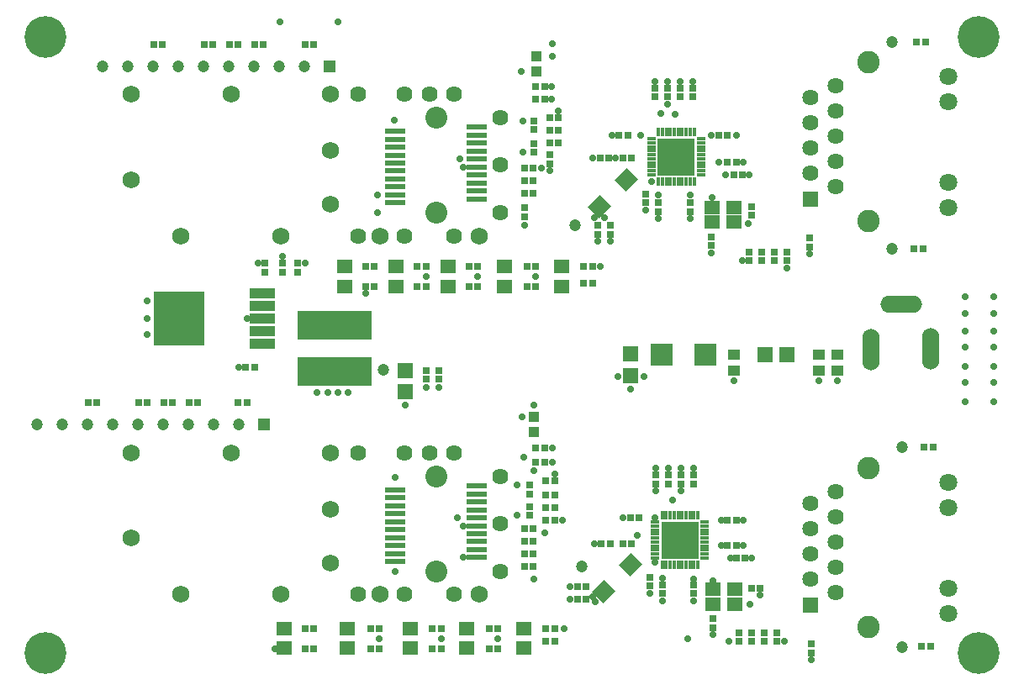
<source format=gts>
%FSLAX44Y44*%
%MOMM*%
G71*
G01*
G75*
G04 Layer_Color=8388736*
%ADD10R,0.6000X0.5000*%
%ADD11C,1.0000*%
%ADD12R,3.7000X3.7000*%
%ADD13R,0.2000X0.8000*%
%ADD14R,0.8000X0.2000*%
%ADD15R,7.3000X2.6500*%
%ADD16R,0.8128X0.8128*%
%ADD17R,0.5000X0.6000*%
%ADD18R,1.3970X1.3970*%
%ADD19R,1.0160X0.8890*%
%ADD20R,1.3970X1.3970*%
%ADD21R,2.4000X0.8000*%
%ADD22R,5.0000X5.3000*%
G04:AMPARAMS|DCode=23|XSize=2mm|YSize=2mm|CornerRadius=0mm|HoleSize=0mm|Usage=FLASHONLY|Rotation=180.000|XOffset=0mm|YOffset=0mm|HoleType=Round|Shape=RoundedRectangle|*
%AMROUNDEDRECTD23*
21,1,2.0000,2.0000,0,0,180.0*
21,1,2.0000,2.0000,0,0,180.0*
1,1,0.0000,-1.0000,1.0000*
1,1,0.0000,1.0000,1.0000*
1,1,0.0000,1.0000,-1.0000*
1,1,0.0000,-1.0000,-1.0000*
%
%ADD23ROUNDEDRECTD23*%
%ADD24R,1.4000X1.2000*%
G04:AMPARAMS|DCode=25|XSize=1.5mm|YSize=1.4mm|CornerRadius=0mm|HoleSize=0mm|Usage=FLASHONLY|Rotation=225.000|XOffset=0mm|YOffset=0mm|HoleType=Round|Shape=Rectangle|*
%AMROTATEDRECTD25*
4,1,4,0.0354,1.0253,1.0253,0.0354,-0.0354,-1.0253,-1.0253,-0.0354,0.0354,1.0253,0.0*
%
%ADD25ROTATEDRECTD25*%

%ADD26R,1.2954X1.1938*%
%ADD27R,2.0000X0.5004*%
%ADD28C,0.1780*%
%ADD29C,0.2000*%
%ADD30C,0.4000*%
%ADD31C,0.1270*%
%ADD32C,0.6000*%
%ADD33C,0.2540*%
%ADD34C,0.3000*%
%ADD35C,1.0000*%
%ADD36C,0.1800*%
%ADD37C,0.8000*%
%ADD38R,0.8890X0.8890*%
%ADD39O,1.5000X4.0000*%
%ADD40O,4.0000X1.5000*%
%ADD41R,1.0000X1.0000*%
%ADD42C,4.0000*%
%ADD43C,1.6500*%
%ADD44C,1.5240*%
%ADD45C,1.7000*%
%ADD46C,2.1590*%
%ADD47R,1.5240X1.5240*%
%ADD48C,3.2500*%
%ADD49C,0.5000*%
%ADD50C,2.0000*%
%ADD51C,0.1250*%
%ADD52C,0.1200*%
%ADD53C,0.1501*%
%ADD54R,0.8032X0.7032*%
%ADD55C,1.2032*%
%ADD56R,3.8000X3.8000*%
%ADD57R,0.3000X0.9000*%
%ADD58R,0.9000X0.3000*%
%ADD59R,7.5032X2.8532*%
%ADD60R,1.0160X1.0160*%
%ADD61R,0.7032X0.8032*%
%ADD62R,1.6002X1.6002*%
%ADD63R,1.2192X1.0922*%
%ADD64R,1.6002X1.6002*%
%ADD65R,2.6032X1.0032*%
%ADD66R,5.2032X5.5032*%
G04:AMPARAMS|DCode=67|XSize=2.2032mm|YSize=2.2032mm|CornerRadius=0mm|HoleSize=0mm|Usage=FLASHONLY|Rotation=180.000|XOffset=0mm|YOffset=0mm|HoleType=Round|Shape=RoundedRectangle|*
%AMROUNDEDRECTD67*
21,1,2.2032,2.2032,0,0,180.0*
21,1,2.2032,2.2032,0,0,180.0*
1,1,0.0000,-1.1016,1.1016*
1,1,0.0000,1.1016,1.1016*
1,1,0.0000,1.1016,-1.1016*
1,1,0.0000,-1.1016,-1.1016*
%
%ADD67ROUNDEDRECTD67*%
%ADD68R,1.6032X1.4032*%
G04:AMPARAMS|DCode=69|XSize=1.7032mm|YSize=1.6032mm|CornerRadius=0mm|HoleSize=0mm|Usage=FLASHONLY|Rotation=225.000|XOffset=0mm|YOffset=0mm|HoleType=Round|Shape=Rectangle|*
%AMROTATEDRECTD69*
4,1,4,0.0354,1.1690,1.1690,0.0354,-0.0354,-1.1690,-1.1690,-0.0354,0.0354,1.1690,0.0*
%
%ADD69ROTATEDRECTD69*%

%ADD70R,1.4986X1.3970*%
%ADD71R,2.1016X0.6020*%
%ADD72O,1.7032X4.2032*%
%ADD73O,4.2032X1.7032*%
%ADD74R,1.2032X1.2032*%
%ADD75C,4.2032*%
%ADD76C,1.7500*%
%ADD77C,1.6240*%
%ADD78C,1.6256*%
%ADD79C,1.8016*%
%ADD80C,2.2606*%
%ADD81R,1.6256X1.6256*%
%ADD82C,0.7032*%
%ADD83C,2.2032*%
D54*
X764540Y424760D02*
D03*
Y433760D02*
D03*
X777240Y424760D02*
D03*
Y433760D02*
D03*
X739140Y424760D02*
D03*
Y433760D02*
D03*
X751840Y424760D02*
D03*
Y433760D02*
D03*
X645160Y208970D02*
D03*
Y199970D02*
D03*
X657860Y208970D02*
D03*
Y199970D02*
D03*
X518160Y189810D02*
D03*
Y198810D02*
D03*
Y177220D02*
D03*
Y168220D02*
D03*
X670560Y208970D02*
D03*
Y199970D02*
D03*
X683260Y208970D02*
D03*
Y199970D02*
D03*
X651510Y89480D02*
D03*
Y98480D02*
D03*
X683260Y89480D02*
D03*
Y98480D02*
D03*
X513080Y469210D02*
D03*
Y478210D02*
D03*
X538480Y522550D02*
D03*
Y531550D02*
D03*
X521970Y542980D02*
D03*
Y533980D02*
D03*
Y556840D02*
D03*
Y565840D02*
D03*
X638810Y97100D02*
D03*
Y106100D02*
D03*
X702310Y55190D02*
D03*
Y64190D02*
D03*
X728980Y41220D02*
D03*
Y50220D02*
D03*
X754380Y41220D02*
D03*
Y50220D02*
D03*
X767080Y41220D02*
D03*
Y50220D02*
D03*
X741680Y41220D02*
D03*
Y50220D02*
D03*
X801370Y38790D02*
D03*
Y29790D02*
D03*
X701040Y440000D02*
D03*
Y449000D02*
D03*
X679450Y474290D02*
D03*
Y483290D02*
D03*
X647700Y474290D02*
D03*
Y483290D02*
D03*
X635000Y483180D02*
D03*
Y492180D02*
D03*
X741680Y470480D02*
D03*
Y479480D02*
D03*
X643890Y598860D02*
D03*
Y589860D02*
D03*
X681990Y598860D02*
D03*
Y589860D02*
D03*
X656590Y598860D02*
D03*
Y589860D02*
D03*
X669290Y598860D02*
D03*
Y589860D02*
D03*
X599440Y451430D02*
D03*
Y460430D02*
D03*
X586740Y451430D02*
D03*
Y460430D02*
D03*
X414020Y305380D02*
D03*
Y314380D02*
D03*
X426720Y305380D02*
D03*
Y314380D02*
D03*
X251460Y422330D02*
D03*
Y413330D02*
D03*
X269240Y422330D02*
D03*
Y413330D02*
D03*
X284480D02*
D03*
Y422330D02*
D03*
X800100Y447730D02*
D03*
Y438730D02*
D03*
D55*
X882650Y645160D02*
D03*
X892810Y237490D02*
D03*
X563190Y460430D02*
D03*
X882650Y436880D02*
D03*
X370840Y314960D02*
D03*
X570230Y116840D02*
D03*
X892810Y35560D02*
D03*
X87630Y621030D02*
D03*
X113030D02*
D03*
X138430D02*
D03*
X163830D02*
D03*
X290830D02*
D03*
X265430D02*
D03*
X240030D02*
D03*
X214630D02*
D03*
X189230D02*
D03*
X21590Y260350D02*
D03*
X46990D02*
D03*
X72390D02*
D03*
X97790D02*
D03*
X224790D02*
D03*
X199390D02*
D03*
X173990D02*
D03*
X148590D02*
D03*
X123190D02*
D03*
D56*
X669290Y143510D02*
D03*
X665480Y529590D02*
D03*
D57*
X687291Y168504D02*
D03*
X683290D02*
D03*
X679290D02*
D03*
X675290D02*
D03*
X671289D02*
D03*
X667291D02*
D03*
X663290D02*
D03*
X659290D02*
D03*
X655290D02*
D03*
X651289D02*
D03*
Y118516D02*
D03*
X655290D02*
D03*
X659290D02*
D03*
X663290D02*
D03*
X667291D02*
D03*
X671289D02*
D03*
X675290D02*
D03*
X679290D02*
D03*
X683290D02*
D03*
X687291D02*
D03*
X683481Y554584D02*
D03*
X679481D02*
D03*
X675480D02*
D03*
X671479D02*
D03*
X667479D02*
D03*
X663481D02*
D03*
X659481D02*
D03*
X655480D02*
D03*
X651479D02*
D03*
X647479D02*
D03*
Y504596D02*
D03*
X651479D02*
D03*
X655480D02*
D03*
X659481D02*
D03*
X663481D02*
D03*
X667479D02*
D03*
X671479D02*
D03*
X675480D02*
D03*
X679481D02*
D03*
X683481D02*
D03*
D58*
X694284Y161511D02*
D03*
Y157510D02*
D03*
Y153510D02*
D03*
Y149509D02*
D03*
Y145509D02*
D03*
Y141511D02*
D03*
Y137510D02*
D03*
Y133510D02*
D03*
Y129509D02*
D03*
Y125509D02*
D03*
X644296D02*
D03*
Y129509D02*
D03*
Y133510D02*
D03*
Y137510D02*
D03*
Y141511D02*
D03*
Y145509D02*
D03*
Y149509D02*
D03*
Y153510D02*
D03*
Y157510D02*
D03*
Y161511D02*
D03*
X690474Y547591D02*
D03*
Y543591D02*
D03*
Y539590D02*
D03*
Y535589D02*
D03*
Y531589D02*
D03*
Y527591D02*
D03*
Y523591D02*
D03*
Y519590D02*
D03*
Y515589D02*
D03*
Y511589D02*
D03*
X640486D02*
D03*
Y515589D02*
D03*
Y519590D02*
D03*
Y523591D02*
D03*
Y527591D02*
D03*
Y531589D02*
D03*
Y535589D02*
D03*
Y539590D02*
D03*
Y543591D02*
D03*
Y547591D02*
D03*
D59*
X321310Y359800D02*
D03*
Y313300D02*
D03*
D60*
X524510Y631190D02*
D03*
Y615950D02*
D03*
X522029Y267970D02*
D03*
Y252730D02*
D03*
D61*
X224100Y281940D02*
D03*
X233100D02*
D03*
X914980Y237490D02*
D03*
X923980D02*
D03*
X904820Y436880D02*
D03*
X913820D02*
D03*
X174570Y281940D02*
D03*
X183570D02*
D03*
X72970D02*
D03*
X81970D02*
D03*
X149170D02*
D03*
X158170D02*
D03*
X123770D02*
D03*
X132770D02*
D03*
X907360Y645160D02*
D03*
X916360D02*
D03*
X588590Y528320D02*
D03*
X597590D02*
D03*
X725860Y524510D02*
D03*
X716860D02*
D03*
X542980Y163830D02*
D03*
X533980D02*
D03*
X542980Y176530D02*
D03*
X533980D02*
D03*
X542980Y189230D02*
D03*
X533980D02*
D03*
X542980Y203200D02*
D03*
X533980D02*
D03*
X521390Y154940D02*
D03*
X512390D02*
D03*
X521390Y142240D02*
D03*
X512390D02*
D03*
X521390Y129540D02*
D03*
X512390D02*
D03*
X521390Y116840D02*
D03*
X512390D02*
D03*
X300410Y34290D02*
D03*
X291410D02*
D03*
X300410Y54610D02*
D03*
X291410D02*
D03*
X366450Y34290D02*
D03*
X357450D02*
D03*
X366450Y54610D02*
D03*
X357450D02*
D03*
X428680Y34290D02*
D03*
X419680D02*
D03*
X428680Y54610D02*
D03*
X419680D02*
D03*
X485830D02*
D03*
X476830D02*
D03*
X542980Y41910D02*
D03*
X533980D02*
D03*
X542980Y54610D02*
D03*
X533980D02*
D03*
X521391Y492762D02*
D03*
X512391D02*
D03*
X521391Y505462D02*
D03*
X512391D02*
D03*
X521391Y518162D02*
D03*
X512391D02*
D03*
X546790Y543560D02*
D03*
X537790D02*
D03*
X546790Y556260D02*
D03*
X537790D02*
D03*
X546790Y568960D02*
D03*
X537790D02*
D03*
X565730Y83820D02*
D03*
X574730D02*
D03*
X565730Y96520D02*
D03*
X574730D02*
D03*
X749990Y95250D02*
D03*
X740990D02*
D03*
X734750Y125730D02*
D03*
X725750D02*
D03*
X725860Y138430D02*
D03*
X716860D02*
D03*
X725860Y163830D02*
D03*
X716860D02*
D03*
X619070Y166370D02*
D03*
X628070D02*
D03*
X589860Y139700D02*
D03*
X598860D02*
D03*
X611450D02*
D03*
X620450D02*
D03*
X523820Y236220D02*
D03*
X532820D02*
D03*
X523820Y222250D02*
D03*
X532820D02*
D03*
X523820Y588010D02*
D03*
X532820D02*
D03*
X523820Y600710D02*
D03*
X532820D02*
D03*
X732210Y511810D02*
D03*
X723210D02*
D03*
X716970Y551180D02*
D03*
X707970D02*
D03*
X607640D02*
D03*
X616640D02*
D03*
X611450Y528320D02*
D03*
X620450D02*
D03*
X581080Y419100D02*
D03*
X572080D02*
D03*
X581080Y402590D02*
D03*
X572080D02*
D03*
X523930Y398780D02*
D03*
X514930D02*
D03*
X523930Y419100D02*
D03*
X514930D02*
D03*
X465510D02*
D03*
X456510D02*
D03*
X465510Y398780D02*
D03*
X456510D02*
D03*
X413440D02*
D03*
X404440D02*
D03*
X413440Y419100D02*
D03*
X404440D02*
D03*
X361370D02*
D03*
X352370D02*
D03*
X361370Y398780D02*
D03*
X352370D02*
D03*
X231720Y317500D02*
D03*
X240720D02*
D03*
X485830Y34290D02*
D03*
X476830D02*
D03*
X139010Y642620D02*
D03*
X148010D02*
D03*
X912440Y36830D02*
D03*
X921440D02*
D03*
X189810Y642620D02*
D03*
X198810D02*
D03*
X215210D02*
D03*
X224210D02*
D03*
X240610D02*
D03*
X249610D02*
D03*
X291410D02*
D03*
X300410D02*
D03*
D62*
X776605Y330200D02*
D03*
X755015D02*
D03*
D63*
X723900Y330581D02*
D03*
Y314579D02*
D03*
X808990Y330581D02*
D03*
Y314579D02*
D03*
X828040Y330581D02*
D03*
Y314579D02*
D03*
D64*
X619760Y330835D02*
D03*
Y309245D02*
D03*
X392430Y314325D02*
D03*
Y292735D02*
D03*
D65*
X249010Y392430D02*
D03*
Y379730D02*
D03*
Y367030D02*
D03*
Y354330D02*
D03*
Y341630D02*
D03*
D66*
X165010Y367030D02*
D03*
D67*
X651100Y330200D02*
D03*
X695100D02*
D03*
D68*
X724740Y78860D02*
D03*
X702740D02*
D03*
Y93860D02*
D03*
X724740D02*
D03*
X723470Y463670D02*
D03*
X701470D02*
D03*
Y478670D02*
D03*
X723470D02*
D03*
D69*
X592290Y91910D02*
D03*
X619290Y118910D02*
D03*
X588480Y479260D02*
D03*
X615480Y506260D02*
D03*
D70*
X549910Y398940D02*
D03*
Y418940D02*
D03*
X492760Y398940D02*
D03*
Y418940D02*
D03*
X435610Y398940D02*
D03*
Y418940D02*
D03*
X383540Y398940D02*
D03*
Y418940D02*
D03*
X331470Y398940D02*
D03*
Y418940D02*
D03*
X511810Y34450D02*
D03*
Y54450D02*
D03*
X270510Y34450D02*
D03*
Y54450D02*
D03*
X334010Y34450D02*
D03*
Y54450D02*
D03*
X397510Y34450D02*
D03*
Y54450D02*
D03*
X454660Y34450D02*
D03*
Y54450D02*
D03*
D71*
X464454Y559283D02*
D03*
Y551282D02*
D03*
Y543281D02*
D03*
Y535280D02*
D03*
Y527285D02*
D03*
Y519285D02*
D03*
Y511285D02*
D03*
Y503285D02*
D03*
Y495285D02*
D03*
Y487285D02*
D03*
X382463Y483287D02*
D03*
Y491288D02*
D03*
Y499289D02*
D03*
Y507290D02*
D03*
Y515285D02*
D03*
Y523285D02*
D03*
Y531285D02*
D03*
Y539285D02*
D03*
Y547285D02*
D03*
Y555285D02*
D03*
Y193892D02*
D03*
Y185892D02*
D03*
Y177892D02*
D03*
Y169892D02*
D03*
Y161892D02*
D03*
Y153892D02*
D03*
Y145896D02*
D03*
Y137895D02*
D03*
Y129894D02*
D03*
Y121893D02*
D03*
X464454Y125892D02*
D03*
Y133892D02*
D03*
Y141892D02*
D03*
Y149892D02*
D03*
Y157892D02*
D03*
Y165892D02*
D03*
Y173887D02*
D03*
Y181888D02*
D03*
Y189889D02*
D03*
Y197890D02*
D03*
D72*
X861653Y335628D02*
D03*
X921871Y335960D02*
D03*
D73*
X892166Y380654D02*
D03*
D74*
X316230Y621030D02*
D03*
X250190Y260350D02*
D03*
D75*
X30000Y30000D02*
D03*
Y650000D02*
D03*
X970000Y30000D02*
D03*
Y650000D02*
D03*
D76*
X116839Y231140D02*
D03*
X216839Y231140D02*
D03*
X316839Y231140D02*
D03*
X466840Y88641D02*
D03*
X366840Y88640D02*
D03*
X266840D02*
D03*
X166840Y88640D02*
D03*
X116838Y145340D02*
D03*
X316839Y120341D02*
D03*
X316839Y174340D02*
D03*
X116839Y592533D02*
D03*
X216839Y592534D02*
D03*
X316839Y592534D02*
D03*
X466840Y450034D02*
D03*
X366840Y450034D02*
D03*
X266840D02*
D03*
X166840Y450033D02*
D03*
X116838Y506733D02*
D03*
X316839Y481734D02*
D03*
X316839Y535734D02*
D03*
D77*
X344839Y231142D02*
D03*
X391839Y231142D02*
D03*
X416839Y231140D02*
D03*
X441839Y231142D02*
D03*
X487839Y207843D02*
D03*
X487839Y159843D02*
D03*
X487837Y111843D02*
D03*
X441840Y88642D02*
D03*
X391840D02*
D03*
X344840D02*
D03*
X344839Y592535D02*
D03*
X391839Y592535D02*
D03*
X416839Y592534D02*
D03*
X441839Y592535D02*
D03*
X487839Y569236D02*
D03*
X487839Y521236D02*
D03*
X487837Y473236D02*
D03*
X441840Y450035D02*
D03*
X391840D02*
D03*
X344840D02*
D03*
D78*
X826165Y191999D02*
D03*
X800766Y180289D02*
D03*
X826165Y166599D02*
D03*
X800766Y154889D02*
D03*
X826165Y141199D02*
D03*
X800766Y129489D02*
D03*
X826165Y115799D02*
D03*
X800766Y104089D02*
D03*
X826165Y90399D02*
D03*
Y600939D02*
D03*
X800766Y589229D02*
D03*
X826165Y575539D02*
D03*
X800766Y563829D02*
D03*
X826165Y550139D02*
D03*
X800766Y538429D02*
D03*
X826165Y524739D02*
D03*
X800766Y513029D02*
D03*
X826165Y499339D02*
D03*
D79*
X939195Y95250D02*
D03*
Y69850D02*
D03*
Y176530D02*
D03*
Y201930D02*
D03*
Y504190D02*
D03*
Y478790D02*
D03*
Y585470D02*
D03*
Y610870D02*
D03*
D80*
X859160Y215900D02*
D03*
Y55880D02*
D03*
Y624840D02*
D03*
Y464820D02*
D03*
D81*
X800704Y77564D02*
D03*
Y486504D02*
D03*
D82*
X676910Y44450D02*
D03*
X325120Y665480D02*
D03*
X266700D02*
D03*
X720090Y125730D02*
D03*
X711200Y138430D02*
D03*
Y163830D02*
D03*
X645160Y193040D02*
D03*
X644296Y121056D02*
D03*
X683260Y104140D02*
D03*
X651510Y105410D02*
D03*
X661670Y184150D02*
D03*
X670560Y193040D02*
D03*
X626110Y148590D02*
D03*
X644296Y165964D02*
D03*
X303530Y292100D02*
D03*
X314960D02*
D03*
X325120D02*
D03*
X335280D02*
D03*
X660400Y151130D02*
D03*
X581660Y86360D02*
D03*
X450850Y157892D02*
D03*
X447275Y527285D02*
D03*
X450850Y519285D02*
D03*
X604520Y528320D02*
D03*
X640486Y504596D02*
D03*
X702310Y102560D02*
D03*
X708660Y524510D02*
D03*
X714996Y511810D02*
D03*
X701470Y488520D02*
D03*
X584200Y81280D02*
D03*
X582930Y468630D02*
D03*
X593090D02*
D03*
X413440Y408940D02*
D03*
X465510D02*
D03*
X523930D02*
D03*
X589280Y419100D02*
D03*
X509270Y615950D02*
D03*
X511120Y565840D02*
D03*
X510650Y534560D02*
D03*
X521970Y213360D02*
D03*
X504770Y198810D02*
D03*
Y168220D02*
D03*
X647700Y491490D02*
D03*
X701040Y551180D02*
D03*
X649685Y573325D02*
D03*
X664210Y572770D02*
D03*
X629920Y551180D02*
D03*
X450850Y125892D02*
D03*
X382463Y111953D02*
D03*
Y206817D02*
D03*
X392430Y279400D02*
D03*
X414020Y297180D02*
D03*
X426720D02*
D03*
X522029Y279400D02*
D03*
X510599Y267970D02*
D03*
X541020Y236220D02*
D03*
Y222250D02*
D03*
X511869Y227330D02*
D03*
X542980Y210240D02*
D03*
X551180Y163830D02*
D03*
X533400Y151130D02*
D03*
X521970Y104140D02*
D03*
X366450Y44450D02*
D03*
X428680D02*
D03*
X485830D02*
D03*
X552450Y54610D02*
D03*
X718130Y41220D02*
D03*
X702310Y48260D02*
D03*
X739260Y78860D02*
D03*
X638810Y90170D02*
D03*
X651510Y82550D02*
D03*
X683260D02*
D03*
X732790Y163830D02*
D03*
Y138430D02*
D03*
X741680Y125730D02*
D03*
X582930Y139700D02*
D03*
X612140Y166370D02*
D03*
X558800Y83820D02*
D03*
Y96520D02*
D03*
X261040Y34290D02*
D03*
X645160Y215900D02*
D03*
X657860D02*
D03*
X670560D02*
D03*
X683260D02*
D03*
X774010Y41220D02*
D03*
X801370Y22860D02*
D03*
X224790Y317500D02*
D03*
X233680Y367030D02*
D03*
X184150Y345440D02*
D03*
Y387350D02*
D03*
Y365760D02*
D03*
X132770Y384810D02*
D03*
Y350520D02*
D03*
Y367030D02*
D03*
X244530Y422330D02*
D03*
X269240Y429260D02*
D03*
X291410Y422330D02*
D03*
X381195Y566225D02*
D03*
X364490Y473710D02*
D03*
X364692Y491288D02*
D03*
X513080Y461010D02*
D03*
X546790Y575890D02*
D03*
X538480Y515620D02*
D03*
X539750Y588010D02*
D03*
Y600710D02*
D03*
X541020Y631190D02*
D03*
Y643890D02*
D03*
X643890Y605790D02*
D03*
X656590D02*
D03*
X669290D02*
D03*
X681990D02*
D03*
X600710Y551180D02*
D03*
X581660Y528320D02*
D03*
X725750Y551180D02*
D03*
X732790Y524510D02*
D03*
X739140Y511810D02*
D03*
X737870Y462280D02*
D03*
X701040Y433070D02*
D03*
X679450Y467360D02*
D03*
X647700D02*
D03*
X635000Y476250D02*
D03*
X732210Y424760D02*
D03*
X777240Y417830D02*
D03*
X800100Y431800D02*
D03*
X619760Y295330D02*
D03*
X606480Y308610D02*
D03*
X633040D02*
D03*
X723900Y304220D02*
D03*
X808990D02*
D03*
X828040D02*
D03*
X586740Y444500D02*
D03*
X599440D02*
D03*
X749990Y88320D02*
D03*
X352370Y391850D02*
D03*
X657860Y537210D02*
D03*
X671830D02*
D03*
X657860Y523240D02*
D03*
X671830D02*
D03*
X676910Y151130D02*
D03*
X660400Y135890D02*
D03*
X676910Y134620D02*
D03*
X529590Y518160D02*
D03*
X679450Y491490D02*
D03*
X656590Y582930D02*
D03*
X445292Y165892D02*
D03*
X956310Y372110D02*
D03*
X985520D02*
D03*
X956310Y354330D02*
D03*
X985520D02*
D03*
X956310Y337820D02*
D03*
X985520D02*
D03*
X956310Y318770D02*
D03*
X985520D02*
D03*
X956310Y302260D02*
D03*
X985520D02*
D03*
X956310Y283210D02*
D03*
X985520D02*
D03*
X956310Y388620D02*
D03*
X985520D02*
D03*
D83*
X423458Y473285D02*
D03*
Y569285D02*
D03*
Y207892D02*
D03*
Y111892D02*
D03*
M02*

</source>
